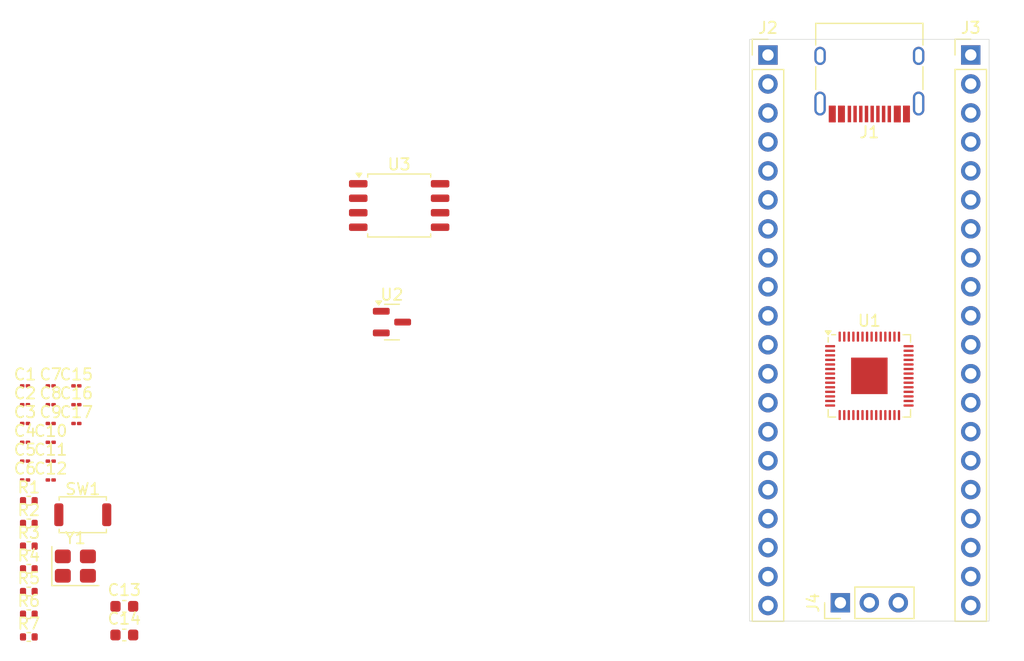
<source format=kicad_pcb>
(kicad_pcb (version 20241229) (generator "pcbnew") (generator_version "9.0")
  (layers (0 "F.Cu" signal) (2 "B.Cu" signal) (13 "F.Paste" user) (15 "B.Paste" user) (5 "F.SilkS" user "F.Silkscreen") (7 "B.SilkS" user "B.Silkscreen") (1 "F.Mask" user) (3 "B.Mask" user) (25 "Edge.Cuts" user))
  (net 0 "")
  (net 1 "+3V3")
  (net 2 "GND")
  (net 3 "+1V1")
  (net 4 "VBUS")
  (net 5 "XIN")
  (net 6 "Net-(C16-Pad2)")
  (net 7 "Net-(J1-CC2)")
  (net 8 "USB_D-")
  (net 9 "Net-(J1-CC1)")
  (net 10 "USB_D+")
  (net 11 "GPIO15")
  (net 12 "GPIO7")
  (net 13 "GPIO12")
  (net 14 "GPIO0")
  (net 15 "GPIO1")
  (net 16 "GPIO10")
  (net 17 "GPIO13")
  (net 18 "GPIO3")
  (net 19 "GPIO11")
  (net 20 "GPIO2")
  (net 21 "GPIO9")
  (net 22 "GPIO4")
  (net 23 "GPIO6")
  (net 24 "GPIO8")
  (net 25 "GPIO5")
  (net 26 "GPIO14")
  (net 27 "GPIO25")
  (net 28 "GPIO17")
  (net 29 "GPIO23")
  (net 30 "GPIO16")
  (net 31 "GPIO18")
  (net 32 "GPIO22")
  (net 33 "GPIO21")
  (net 34 "GPIO19")
  (net 35 "GPIO24")
  (net 36 "GPIO27_ADC1")
  (net 37 "GPIO26_ADC0")
  (net 38 "RUN")
  (net 39 "GPIO28_ADC2")
  (net 40 "GPIO20")
  (net 41 "SWD")
  (net 42 "SWCLK")
  (net 43 "Net-(U1-USB_DP)")
  (net 44 "Net-(U1-USB_DM)")
  (net 45 "XOUT")
  (net 46 "QSPI_SS")
  (net 47 "Net-(R7-Pad1)")
  (net 48 "QSPI_SCLK")
  (net 49 "QSPI_SD0")
  (net 50 "QSPI_SD1")
  (net 51 "QSPI_SD3")
  (net 52 "QSPI_SD2")
  (net 53 "GPIO29_ADC3")
  (footprint "Capacitor_SMD:C_01005_0402Metric" (layer "F.Cu") (at 129.135 89.66)
    (property "Reference" "C1" (at 0 -1 0) (layer "F.SilkS"))
    (property "Value" "1uF")
    (pad "1" smd roundrect (at -0.25 0) (size 0.4 0.3) (layers "F.Cu" "F.Mask") (net 1 "+3V3"))
    (pad "2" smd roundrect (at 0.25 0) (size 0.4 0.3) (layers "F.Cu" "F.Mask") (net 2 "GND"))
  )
  (footprint "Capacitor_SMD:C_0603_1608Metric" (layer "F.Cu") (at 137.835 108.99)
    (property "Reference" "C13" (at 0 -1.43 0) (layer "F.SilkS"))
    (property "Value" "10uF")
    (fp_line (start -0.14058 -0.51) (end 0.14058 -0.51) (stroke (width 0.12)) (layer "F.SilkS"))
    (fp_line (start -0.14058 0.51) (end 0.14058 0.51) (stroke (width 0.12)) (layer "F.SilkS"))
    (pad "1" smd roundrect (at -0.775 0) (size 0.9 0.95) (layers "F.Cu" "F.Mask" "F.Paste") (net 1 "+3V3"))
    (pad "2" smd roundrect (at 0.775 0) (size 0.9 0.95) (layers "F.Cu" "F.Mask" "F.Paste") (net 2 "GND"))
  )
  (footprint "Capacitor_SMD:C_01005_0402Metric" (layer "F.Cu") (at 131.385 97.91)
    (property "Reference" "C12" (at 0 -1 0) (layer "F.SilkS"))
    (property "Value" "C")
    (pad "1" smd roundrect (at -0.25 0) (size 0.4 0.3) (layers "F.Cu" "F.Mask") (net 3 "+1V1"))
    (pad "2" smd roundrect (at 0.25 0) (size 0.4 0.3) (layers "F.Cu" "F.Mask") (net 2 "GND"))
  )
  (footprint "Connector_PinHeader_2.54mm:PinHeader_1x03_P2.54mm_Vertical" (layer "F.Cu") (at 200.605 108.675 90)
    (property "Reference" "J4" (at 0 -2.38 90) (layer "F.SilkS"))
    (property "Value" "Conn_01x03")
    (fp_line (start -1.38 -1.38) (end 0 -1.379999) (stroke (width 0.12)) (layer "F.SilkS"))
    (fp_line (start -1.379999 0) (end -1.38 -1.38) (stroke (width 0.12)) (layer "F.SilkS"))
    (fp_line (start 1.38 1.27) (end 1.38 6.46) (stroke (width 0.12)) (layer "F.SilkS"))
    (fp_line (start -1.38 1.27) (end 1.38 1.27) (stroke (width 0.12)) (layer "F.SilkS"))
    (fp_line (start -1.38 1.27) (end -1.38 6.46) (stroke (width 0.12)) (layer "F.SilkS"))
    (fp_line (start -1.38 6.46) (end 1.38 6.46) (stroke (width 0.12)) (layer "F.SilkS"))
    (pad "1" thru_hole rect (at 0 0 90) (size 1.7 1.7) (drill 1) (layers "*.Cu" "*.Mask") (net 42 "SWCLK"))
    (pad "2" thru_hole circle (at 0 2.54 90) (size 1.7 1.7) (drill 1) (layers "*.Cu" "*.Mask") (net 2 "GND"))
    (pad "3" thru_hole circle (at 0 5.079999 90) (size 1.7 1.7) (drill 1) (layers "*.Cu" "*.Mask") (net 41 "SWD"))
  )
  (footprint "Resistor_SMD:R_0402_1005Metric" (layer "F.Cu") (at 129.465 111.67)
    (property "Reference" "R7" (at 0 -1.17 0) (layer "F.SilkS"))
    (property "Value" "1K")
    (fp_line (start -0.153641 -0.38) (end 0.153641 -0.38) (stroke (width 0.12)) (layer "F.SilkS"))
    (fp_line (start -0.153641 0.38) (end 0.153641 0.38) (stroke (width 0.12)) (layer "F.SilkS"))
    (pad "1" smd roundrect (at -0.51 0) (size 0.54 0.64) (layers "F.Cu" "F.Mask" "F.Paste") (net 47 "Net-(R7-Pad1)"))
    (pad "2" smd roundrect (at 0.51 0) (size 0.54 0.64) (layers "F.Cu" "F.Mask" "F.Paste") (net 46 "QSPI_SS"))
  )
  (footprint "Connector_PinHeader_2.54mm:PinHeader_1x20_P2.54mm_Vertical" (layer "F.Cu") (at 212.035 60.655)
    (property "Reference" "J3" (at 0 -2.38 0) (layer "F.SilkS"))
    (property "Value" "Conn_01x20")
    (fp_line (start -1.38 -1.38) (end 0 -1.38) (stroke (width 0.12)) (layer "F.SilkS"))
    (fp_line (start -1.38 0) (end -1.38 -1.38) (stroke (width 0.12)) (layer "F.SilkS"))
    (fp_line (start -1.38 1.27) (end -1.38 49.64) (stroke (width 0.12)) (layer "F.SilkS"))
    (fp_line (start -1.38 1.27) (end 1.38 1.27) (stroke (width 0.12)) (layer "F.SilkS"))
    (fp_line (start -1.38 49.64) (end 1.38 49.64) (stroke (width 0.12)) (layer "F.SilkS"))
    (fp_line (start 1.38 1.27) (end 1.38 49.64) (stroke (width 0.12)) (layer "F.SilkS"))
    (pad "1" thru_hole rect (at 0 0) (size 1.7 1.7) (drill 1) (layers "*.Cu" "*.Mask") (net 30 "GPIO16"))
    (pad "2" thru_hole circle (at 0 2.54) (size 1.7 1.7) (drill 1) (layers "*.Cu" "*.Mask") (net 28 "GPIO17"))
    (pad "3" thru_hole circle (at 0 5.08) (size 1.7 1.7) (drill 1) (layers "*.Cu" "*.Mask") (net 2 "GND"))
    (pad "4" thru_hole circle (at 0 7.62) (size 1.7 1.7) (drill 1) (layers "*.Cu" "*.Mask") (net 31 "GPIO18"))
    (pad "5" thru_hole circle (at 0 10.16) (size 1.7 1.7) (drill 1) (layers "*.Cu" "*.Mask") (net 34 "GPIO19"))
    (pad "6" thru_hole circle (at 0 12.7) (size 1.7 1.7) (drill 1) (layers "*.Cu" "*.Mask") (net 40 "GPIO20"))
    (pad "7" thru_hole circle (at 0 15.24) (size 1.7 1.7) (drill 1) (layers "*.Cu" "*.Mask") (net 33 "GPIO21"))
    (pad "8" thru_hole circle (at 0 17.78) (size 1.7 1.7) (drill 1) (layers "*.Cu" "*.Mask") (net 2 "GND"))
    (pad "9" thru_hole circle (at 0 20.32) (size 1.7 1.7) (drill 1) (layers "*.Cu" "*.Mask") (net 32 "GPIO22"))
    (pad "10" thru_hole circle (at 0 22.86) (size 1.7 1.7) (drill 1) (layers "*.Cu" "*.Mask") (net 38 "RUN"))
    (pad "11" thru_hole circle (at 0 25.4) (size 1.7 1.7) (drill 1) (layers "*.Cu" "*.Mask") (net 29 "GPIO23"))
    (pad "12" thru_hole circle (at 0 27.94) (size 1.7 1.7) (drill 1) (layers "*.Cu" "*.Mask") (net 35 "GPIO24"))
    (pad "13" thru_hole circle (at 0 30.48) (size 1.7 1.7) (drill 1) (layers "*.Cu" "*.Mask") (net 2 "GND"))
    (pad "14" thru_hole circle (at 0 33.02) (size 1.7 1.7) (drill 1) (layers "*.Cu" "*.Mask") (net 27 "GPIO25"))
    (pad "15" thru_hole circle (at 0 35.56) (size 1.7 1.7) (drill 1) (layers "*.Cu" "*.Mask") (net 37 "GPIO26_ADC0"))
    (pad "16" thru_hole circle (at 0 38.1) (size 1.7 1.7) (drill 1) (layers "*.Cu" "*.Mask") (net 1 "+3V3"))
    (pad "17" thru_hole circle (at 0 40.64) (size 1.7 1.7) (drill 1) (layers "*.Cu" "*.Mask") (net 36 "GPIO27_ADC1"))
    (pad "18" thru_hole circle (at 0 43.18) (size 1.7 1.7) (drill 1) (layers "*.Cu" "*.Mask") (net 2 "GND"))
    (pad "19" thru_hole circle (at 0 45.72) (size 1.7 1.7) (drill 1) (layers "*.Cu" "*.Mask") (net 39 "GPIO28_ADC2"))
    (pad "20" thru_hole circle (at 0 48.26) (size 1.7 1.7) (drill 1) (layers "*.Cu" "*.Mask") (net 4 "VBUS"))
  )
  (footprint "Capacitor_SMD:C_0603_1608Metric" (layer "F.Cu") (at 137.835 111.5)
    (property "Reference" "C14" (at 0 -1.43 0) (layer "F.SilkS"))
    (property "Value" "10uF")
    (fp_line (start -0.14058 -0.51) (end 0.14058 -0.51) (stroke (width 0.12)) (layer "F.SilkS"))
    (fp_line (start -0.14058 0.51) (end 0.14058 0.51) (stroke (width 0.12)) (layer "F.SilkS"))
    (pad "1" smd roundrect (at -0.775 0) (size 0.9 0.95) (layers "F.Cu" "F.Mask" "F.Paste") (net 4 "VBUS"))
    (pad "2" smd roundrect (at 0.775 0) (size 0.9 0.95) (layers "F.Cu" "F.Mask" "F.Paste") (net 2 "GND"))
  )
  (footprint "Resistor_SMD:R_0402_1005Metric" (layer "F.Cu") (at 129.465 103.71)
    (property "Reference" "R3" (at 0 -1.17 0) (layer "F.SilkS"))
    (property "Value" "27")
    (fp_line (start -0.153641 -0.38) (end 0.153641 -0.38) (stroke (width 0.12)) (layer "F.SilkS"))
    (fp_line (start -0.153641 0.38) (end 0.153641 0.38) (stroke (width 0.12)) (layer "F.SilkS"))
    (pad "1" smd roundrect (at -0.51 0) (size 0.54 0.64) (layers "F.Cu" "F.Mask" "F.Paste") (net 10 "USB_D+"))
    (pad "2" smd roundrect (at 0.51 0) (size 0.54 0.64) (layers "F.Cu" "F.Mask" "F.Paste") (net 43 "Net-(U1-USB_DP)"))
  )
  (footprint "Capacitor_SMD:C_01005_0402Metric" (layer "F.Cu") (at 129.135 97.91)
    (property "Reference" "C6" (at 0 -1 0) (layer "F.SilkS"))
    (property "Value" "0.1uF")
    (pad "1" smd roundrect (at -0.25 0) (size 0.4 0.3) (layers "F.Cu" "F.Mask") (net 1 "+3V3"))
    (pad "2" smd roundrect (at 0.25 0) (size 0.4 0.3) (layers "F.Cu" "F.Mask") (net 2 "GND"))
  )
  (footprint "Capacitor_SMD:C_01005_0402Metric" (layer "F.Cu") (at 129.135 92.96)
    (property "Reference" "C3" (at 0 -1 0) (layer "F.SilkS"))
    (property "Value" "0.1uF")
    (pad "1" smd roundrect (at -0.25 0) (size 0.4 0.3) (layers "F.Cu" "F.Mask") (net 1 "+3V3"))
    (pad "2" smd roundrect (at 0.25 0) (size 0.4 0.3) (layers "F.Cu" "F.Mask") (net 2 "GND"))
  )
  (footprint "Resistor_SMD:R_0402_1005Metric" (layer "F.Cu") (at 129.465 107.69)
    (property "Reference" "R5" (at 0 -1.17 0) (layer "F.SilkS"))
    (property "Value" "1K")
    (fp_line (start -0.153641 -0.38) (end 0.153641 -0.38) (stroke (width 0.12)) (layer "F.SilkS"))
    (fp_line (start -0.153641 0.38) (end 0.153641 0.38) (stroke (width 0.12)) (layer "F.SilkS"))
    (pad "1" smd roundrect (at -0.51 0) (size 0.54 0.64) (layers "F.Cu" "F.Mask" "F.Paste") (net 6 "Net-(C16-Pad2)"))
    (pad "2" smd roundrect (at 0.51 0) (size 0.54 0.64) (layers "F.Cu" "F.Mask" "F.Paste") (net 45 "XOUT"))
  )
  (footprint "Capacitor_SMD:C_01005_0402Metric" (layer "F.Cu") (at 131.385 94.61)
    (property "Reference" "C10" (at 0 -1 0) (layer "F.SilkS"))
    (property "Value" "C")
    (pad "1" smd roundrect (at -0.25 0) (size 0.4 0.3) (layers "F.Cu" "F.Mask") (net 3 "+1V1"))
    (pad "2" smd roundrect (at 0.25 0) (size 0.4 0.3) (layers "F.Cu" "F.Mask") (net 2 "GND"))
  )
  (footprint "Capacitor_SMD:C_01005_0402Metric" (layer "F.Cu") (at 129.135 91.31)
    (property "Reference" "C2" (at 0 -1 0) (layer "F.SilkS"))
    (property "Value" "0.1uF")
    (pad "1" smd roundrect (at -0.25 0) (size 0.4 0.3) (layers "F.Cu" "F.Mask") (net 1 "+3V3"))
    (pad "2" smd roundrect (at 0.25 0) (size 0.4 0.3) (layers "F.Cu" "F.Mask") (net 2 "GND"))
  )
  (footprint "Resistor_SMD:R_0402_1005Metric" (layer "F.Cu") (at 129.465 101.72)
    (property "Reference" "R2" (at 0 -1.17 0) (layer "F.SilkS"))
    (property "Value" "5.1K")
    (fp_line (start -0.153641 -0.38) (end 0.153641 -0.38) (stroke (width 0.12)) (layer "F.SilkS"))
    (fp_line (start -0.153641 0.38) (end 0.153641 0.38) (stroke (width 0.12)) (layer "F.SilkS"))
    (pad "1" smd roundrect (at -0.51 0) (size 0.54 0.64) (layers "F.Cu" "F.Mask" "F.Paste") (net 7 "Net-(J1-CC2)"))
    (pad "2" smd roundrect (at 0.51 0) (size 0.54 0.64) (layers "F.Cu" "F.Mask" "F.Paste") (net 2 "GND"))
  )
  (footprint "Capacitor_SMD:C_01005_0402Metric" (layer "F.Cu") (at 133.635 91.31)
    (property "Reference" "C16" (at 0 -1 0) (layer "F.SilkS"))
    (property "Value" "15pF")
    (pad "1" smd roundrect (at -0.25 0) (size 0.4 0.3) (layers "F.Cu" "F.Mask") (net 2 "GND"))
    (pad "2" smd roundrect (at 0.25 0) (size 0.4 0.3) (layers "F.Cu" "F.Mask") (net 6 "Net-(C16-Pad2)"))
  )
  (footprint "Connector_PinHeader_2.54mm:PinHeader_1x20_P2.54mm_Vertical" (layer "F.Cu") (at 194.26 60.66)
    (property "Reference" "J2" (at 0 -2.38 0) (layer "F.SilkS"))
    (property "Value" "Conn_01x20")
    (fp_line (start -1.38 -1.38) (end 0 -1.38) (stroke (width 0.12)) (layer "F.SilkS"))
    (fp_line (start -1.38 0) (end -1.38 -1.38) (stroke (width 0.12)) (layer "F.SilkS"))
    (fp_line (start -1.38 1.27) (end -1.38 49.64) (stroke (width 0.12)) (layer "F.SilkS"))
    (fp_line (start -1.38 1.27) (end 1.38 1.27) (stroke (width 0.12)) (layer "F.SilkS"))
    (fp_line (start -1.38 49.64) (end 1.38 49.64) (stroke (width 0.12)) (layer "F.SilkS"))
    (fp_line (start 1.38 1.27) (end 1.38 49.64) (stroke (width 0.12)) (layer "F.SilkS"))
    (pad "1" thru_hole rect (at 0 0) (size 1.7 1.7) (drill 1) (layers "*.Cu" "*.Mask") (net 14 "GPIO0"))
    (pad "2" thru_hole circle (at 0 2.54) (size 1.7 1.7) (drill 1) (layers "*.Cu" "*.Mask") (net 15 "GPIO1"))
    (pad "3" thru_hole circle (at 0 5.08) (size 1.7 1.7) (drill 1) (layers "*.Cu" "*.Mask") (net 2 "GND"))
    (pad "4" thru_hole circle (at 0 7.62) (size 1.7 1.7) (drill 1) (layers "*.Cu" "*.Mask") (net 20 "GPIO2"))
    (pad "5" thru_hole circle (at 0 10.16) (size 1.7 1.7) (drill 1) (layers "*.Cu" "*.Mask") (net 18 "GPIO3"))
    (pad "6" thru_hole circle (at 0 12.7) (size 1.7 1.7) (drill 1) (layers "*.Cu" "*.Mask") (net 22 "GPIO4"))
    (pad "7" thru_hole circle (at 0 15.24) (size 1.7 1.7) (drill 1) (layers "*.Cu" "*.Mask") (net 25 "GPIO5"))
    (pad "8" thru_hole circle (at 0 17.78) (size 1.7 1.7) (drill 1) (layers "*.Cu" "*.Mask") (net 2 "GND"))
    (pad "9" thru_hole circle (at 0 20.32) (size 1.7 1.7) (drill 1) (layers "*.Cu" "*.Mask") (net 23 "GPIO6"))
    (pad "10" thru_hole circle (at 0 22.86) (size 1.7 1.7) (drill 1) (layers "*.Cu" "*.Mask") (net 12 "GPIO7"))
    (pad "11" thru_hole circle (at 0 25.4) (size 1.7 1.7) (drill 1) (layers "*.Cu" "*.Mask") (net 24 "GPIO8"))
    (pad "12" thru_hole circle (at 0 27.94) (size 1.7 1.7) (drill 1) (layers "*.Cu" "*.Mask") (net 21 "GPIO9"))
    (pad "13" thru_hole circle (at 0 30.48) (size 1.7 1.7) (drill 1) (layers "*.Cu" "*.Mask") (net 2 "GND"))
    (pad "14" thru_hole circle (at 0 33.02) (size 1.7 1.7) (drill 1) (layers "*.Cu" "*.Mask") (net 16 "GPIO10"))
    (pad "15" thru_hole circle (at 0 35.56) (size 1.7 1.7) (drill 1) (layers "*.Cu" "*.Mask") (net 19 "GPIO11"))
    (pad "16" thru_hole circle (at 0 38.1) (size 1.7 1.7) (drill 1) (layers "*.Cu" "*.Mask") (net 13 "GPIO12"))
    (pad "17" thru_hole circle (at 0 40.64) (size 1.7 1.7) (drill 1) (layers "*.Cu" "*.Mask") (net 17 "GPIO13"))
    (pad "18" thru_hole circle (at 0 43.18) (size 1.7 1.7) (drill 1) (layers "*.Cu" "*.Mask") (net 2 "GND"))
    (pad "19" thru_hole circle (at 0 45.72) (size 1.7 1.7) (drill 1) (layers "*.Cu" "*.Mask") (net 26 "GPIO14"))
    (pad "20" thru_hole circle (at 0 48.26) (size 1.7 1.7) (drill 1) (layers "*.Cu" "*.Mask") (net 11 "GPIO15"))
  )
  (footprint "Connector_USB:USB_C_Receptacle_HRO_TYPE-C-31-M-12" (layer "F.Cu") (at 203.145 61.785 180)
    (property "Reference" "J1" (at 0 -5.645 0) (layer "F.SilkS"))
    (property "Value" "USB_C_Receptacle_USB2.0_14P")
    (fp_line (start 4.7 -1.9) (end 4.7 0.1) (stroke (width 0.12)) (layer "F.SilkS"))
    (fp_line (start 4.699999 2) (end 4.699999 3.9) (stroke (width 0.12)) (layer "F.SilkS"))
    (fp_line (start -4.699999 3.9) (end 4.699999 3.9) (stroke (width 0.12)) (layer "F.SilkS"))
    (fp_line (start -4.699999 2) (end -4.699999 3.9) (stroke (width 0.12)) (layer "F.SilkS"))
    (fp_line (start -4.7 -1.9) (end -4.7 0.1) (stroke (width 0.12)) (layer "F.SilkS"))
    (pad "" np_thru_hole circle (at -2.89 -2.6 180) (size 0.65 0.65) (drill 0.65) (layers "*.Cu" "*.Mask"))
    (pad "" np_thru_hole circle (at 2.89 -2.6 180) (size 0.65 0.65) (drill 0.65) (layers "*.Cu" "*.Mask"))
    (pad "A1" smd rect (at -3.25 -4.045 180) (size 0.6 1.45) (layers "F.Cu" "F.Mask" "F.Paste") (net 2 "GND"))
    (pad "A4" smd rect (at -2.450001 -4.045 180) (size 0.6 1.45) (layers "F.Cu" "F.Mask" "F.Paste") (net 4 "VBUS"))
    (pad "A5" smd rect (at -1.25 -4.044999 180) (size 0.3 1.45) (layers "F.Cu" "F.Mask" "F.Paste") (net 9 "Net-(J1-CC1)"))
    (pad "A6" smd rect (at -0.25 -4.045 180) (size 0.3 1.45) (layers "F.Cu" "F.Mask" "F.Paste") (net 10 "USB_D+"))
    (pad "A7" smd rect (at 0.25 -4.045 180) (size 0.3 1.45) (layers "F.Cu" "F.Mask" "F.Paste") (net 8 "USB_D-"))
    (pad "A8" smd rect (at 1.25 -4.044999 180) (size 0.3 1.45) (layers "F.Cu" "F.Mask" "F.Paste"))
    (pad "A9" smd rect (at 2.450001 -4.045 180) (size 0.6 1.45) (layers "F.Cu" "F.Mask" "F.Paste") (net 4 "VBUS"))
    (pad "A12" smd rect (at 3.25 -4.045 180) (size 0.6 1.45) (layers "F.Cu" "F.Mask" "F.Paste") (net 2 "GND"))
    (pad "B1" smd rect (at 3.25 -4.045 180) (size 0.6 1.45) (layers "F.Cu" "F.Mask" "F.Paste") (net 2 "GND"))
    (pad "B4" smd rect (at 2.450001 -4.045 180) (size 0.6 1.45) (layers "F.Cu" "F.Mask" "F.Paste") (net 4 "VBUS"))
    (pad "B5" smd rect (at 1.75 -4.045 180) (size 0.3 1.45) (layers "F.Cu" "F.Mask" "F.Paste") (net 7 "Net-(J1-CC2)"))
    (pad "B6" smd rect (at 0.75 -4.045 180) (size 0.3 1.45) (layers "F.Cu" "F.Mask" "F.Paste") (net 10 "USB_D+"))
    (pad "B7" smd rect (at -0.75 -4.045 180) (size 0.3 1.45) (layers "F.Cu" "F.Mask" "F.Paste") (net 8 "USB_D-"))
    (pad "B8" smd rect (at -1.75 -4.045 180) (size 0.3 1.45) (layers "F.Cu" "F.Mask" "F.Paste"))
    (pad "B9" smd rect (at -2.450001 -4.045 180) (size 0.6 1.45) (layers "F.Cu" "F.Mask" "F.Paste") (net 4 "VBUS"))
    (pad "B12" smd rect (at -3.25 -4.045 180) (size 0.6 1.45) (layers "F.Cu" "F.Mask" "F.Paste") (net 2 "GND"))
    (pad "S1" thru_hole oval (at -4.32 -3.13 180) (size 1 2.1) (drill oval 0.6 1.7) (property pad_prop_heatsink) (layers "*.Cu" "*.Mask") (net 2 "GND"))
    (pad "S1" thru_hole oval (at -4.32 1.05 180) (size 1 1.6) (drill oval 0.6 1.2) (property pad_prop_heatsink) (layers "*.Cu" "*.Mask") (net 2 "GND"))
    (pad "S1" thru_hole oval (at 4.32 -3.13 180) (size 1 2.1) (drill oval 0.6 1.7) (property pad_prop_heatsink) (layers "*.Cu" "*.Mask") (net 2 "GND"))
    (pad "S1" thru_hole oval (at 4.32 1.05 180) (size 1 1.6) (drill oval 0.6 1.2) (property pad_prop_heatsink) (layers "*.Cu" "*.Mask") (net 2 "GND"))
  )
  (footprint "Capacitor_SMD:C_01005_0402Metric" (layer "F.Cu") (at 133.635 92.96)
    (property "Reference" "C17" (at 0 -1 0) (layer "F.SilkS"))
    (property "Value" "0.1uF")
    (pad "1" smd roundrect (at -0.25 0) (size 0.4 0.3) (layers "F.Cu" "F.Mask") (net 1 "+3V3"))
    (pad "2" smd roundrect (at 0.25 0) (size 0.4 0.3) (layers "F.Cu" "F.Mask") (net 2 "GND"))
  )
  (footprint "Capacitor_SMD:C_01005_0402Metric" (layer "F.Cu") (at 131.385 91.31)
    (property "Reference" "C8" (at 0 -1 0) (layer "F.SilkS"))
    (property "Value" "0.1uF")
    (pad "1" smd roundrect (at -0.25 0) (size 0.4 0.3) (layers "F.Cu" "F.Mask") (net 1 "+3V3"))
    (pad "2" smd roundrect (at 0.25 0) (size 0.4 0.3) (layers "F.Cu" "F.Mask") (net 2 "GND"))
  )
  (footprint "Resistor_SMD:R_0402_1005Metric" (layer "F.Cu") (at 129.465 99.73)
    (property "Reference" "R1" (at 0 -1.17 0) (layer "F.SilkS"))
    (property "Value" "5.1K")
    (fp_line (start -0.153641 -0.38) (end 0.153641 -0.38) (stroke (width 0.12)) (layer "F.SilkS"))
    (fp_line (start -0.153641 0.38) (end 0.153641 0.38) (stroke (width 0.12)) (layer "F.SilkS"))
    (pad "1" smd roundrect (at -0.51 0) (size 0.54 0.64) (layers "F.Cu" "F.Mask" "F.Paste") (net 9 "Net-(J1-CC1)"))
    (pad "2" smd roundrect (at 0.51 0) (size 0.54 0.64) (layers "F.Cu" "F.Mask" "F.Paste") (net 2 "GND"))
  )
  (footprint "Resistor_SMD:R_0402_1005Metric" (layer "F.Cu") (at 129.465 109.68)
    (property "Reference" "R6" (at 0 -1.17 0) (layer "F.SilkS"))
    (property "Value" "10K")
    (fp_line (start -0.153641 -0.38) (end 0.153641 -0.38) (stroke (width 0.12)) (layer "F.SilkS"))
    (fp_line (start -0.153641 0.38) (end 0.153641 0.38) (stroke (width 0.12)) (layer "F.SilkS"))
    (pad "1" smd roundrect (at -0.51 0) (size 0.54 0.64) (layers "F.Cu" "F.Mask" "F.Paste") (net 1 "+3V3"))
    (pad "2" smd roundrect (at 0.51 0) (size 0.54 0.64) (layers "F.Cu" "F.Mask" "F.Paste") (net 46 "QSPI_SS"))
  )
  (footprint "Capacitor_SMD:C_01005_0402Metric" (layer "F.Cu") (at 133.635 89.66)
    (property "Reference" "C15" (at 0 -1 0) (layer "F.SilkS"))
    (property "Value" "15pF")
    (pad "1" smd roundrect (at -0.25 0) (size 0.4 0.3) (layers "F.Cu" "F.Mask") (net 2 "GND"))
    (pad "2" smd roundrect (at 0.25 0) (size 0.4 0.3) (layers "F.Cu" "F.Mask") (net 5 "XIN"))
  )
  (footprint "Capacitor_SMD:C_01005_0402Metric" (layer "F.Cu") (at 129.135 96.26)
    (property "Reference" "C5" (at 0 -1 0) (layer "F.SilkS"))
    (property "Value" "0.1uF")
    (pad "1" smd roundrect (at -0.25 0) (size 0.4 0.3) (layers "F.Cu" "F.Mask") (net 1 "+3V3"))
    (pad "2" smd roundrect (at 0.25 0) (size 0.4 0.3) (layers "F.Cu" "F.Mask") (net 2 "GND"))
  )
  (footprint "Button_Switch_SMD:SW_Push_SPST_NO_Alps_SKRK" (layer "F.Cu") (at 134.195 100.96)
    (property "Reference" "SW1" (at 0 -2.25 0) (layer "F.SilkS"))
    (property "Value" "SW_Push")
    (fp_line (start -2.07 -1.57) (end 2.07 -1.57) (stroke (width 0.12)) (layer "F.SilkS"))
    (fp_line (start -2.07 -1.27) (end -2.07 -1.57) (stroke (width 0.12)) (layer "F.SilkS"))
    (fp_line (start -2.07 1.57) (end -2.07 1.27) (stroke (width 0.12)) (layer "F.SilkS"))
    (fp_line (start 2.07 -1.57) (end 2.07 -1.27) (stroke (width 0.12)) (layer "F.SilkS"))
    (fp_line (start 2.07 1.27) (end 2.07 1.57) (stroke (width 0.12)) (layer "F.SilkS"))
    (fp_line (start 2.07 1.57) (end -2.07 1.57) (stroke (width 0.12)) (layer "F.SilkS"))
    (pad "1" smd roundrect (at -2.1 0) (size 0.8 2) (layers "F.Cu" "F.Mask" "F.Paste") (net 2 "GND"))
    (pad "2" smd roundrect (at 2.1 0) (size 0.8 2) (layers "F.Cu" "F.Mask" "F.Paste") (net 47 "Net-(R7-Pad1)"))
  )
  (footprint "Package_TO_SOT_SMD:SOT-23" (layer "F.Cu") (at 161.2975 84.07)
    (property "Reference" "U2" (at 0 -2.4 0) (layer "F.SilkS"))
    (property "Value" "MCP1700x-330xxTT")
    (fp_line (start 0 -1.56) (end -0.65 -1.56) (stroke (width 0.12)) (layer "F.SilkS"))
    (fp_line (start 0 -1.56) (end 0.65 -1.56) (stroke (width 0.12)) (layer "F.SilkS"))
    (fp_line (start 0 1.56) (end -0.65 1.56) (stroke (width 0.12)) (layer "F.SilkS"))
    (fp_line (start 0 1.56) (end 0.65 1.56) (stroke (width 0.12)) (layer "F.SilkS"))
    (fp_poly (pts (xy -1.1625 -1.51) (xy -1.4025 -1.84) (xy -0.9225 -1.84)) (stroke (width 0.12)) (fill yes) (layer "F.SilkS"))
    (pad "1" smd roundrect (at -0.9375 -0.95) (size 1.475 0.6) (layers "F.Cu" "F.Mask" "F.Paste") (net 2 "GND"))
    (pad "2" smd roundrect (at -0.9375 0.95) (size 1.475 0.6) (layers "F.Cu" "F.Mask" "F.Paste") (net 1 "+3V3"))
    (pad "3" smd roundrect (at 0.9375 0) (size 1.475 0.6) (layers "F.Cu" "F.Mask" "F.Paste") (net 4 "VBUS"))
  )
  (footprint "Capacitor_SMD:C_01005_0402Metric" (layer "F.Cu") (at 129.135 94.61)
    (property "Reference" "C4" (at 0 -1 0) (layer "F.SilkS"))
    (property "Value" "0.1uF")
    (pad "1" smd roundrect (at -0.25 0) (size 0.4 0.3) (layers "F.Cu" "F.Mask") (net 1 "+3V3"))
    (pad "2" smd roundrect (at 0.25 0) (size 0.4 0.3) (layers "F.Cu" "F.Mask") (net 2 "GND"))
  )
  (footprint "Resistor_SMD:R_0402_1005Metric" (layer "F.Cu") (at 129.465 105.7)
    (property "Reference" "R4" (at 0 -1.17 0) (layer "F.SilkS"))
    (property "Value" "27")
    (fp_line (start -0.153641 -0.38) (end 0.153641 -0.38) (stroke (width 0.12)) (layer "F.SilkS"))
    (fp_line (start -0.153641 0.38) (end 0.153641 0.38) (stroke (width 0.12)) (layer "F.SilkS"))
    (pad "1" smd roundrect (at -0.51 0) (size 0.54 0.64) (layers "F.Cu" "F.Mask" "F.Paste") (net 8 "USB_D-"))
    (pad "2" smd roundrect (at 0.51 0) (size 0.54 0.64) (layers "F.Cu" "F.Mask" "F.Paste") (net 44 "Net-(U1-USB_DM)"))
  )
  (footprint "Crystal:Crystal_SMD_3225-4Pin_3.2x2.5mm" (layer "F.Cu") (at 133.545 105.46)
    (property "Reference" "Y1" (at 0 -2.45 0) (layer "F.SilkS"))
    (property "Value" "Crystal_GND24")
    (fp_line (start -2.06 -1.71) (end -2.06 1.71) (stroke (width 0.12)) (layer "F.SilkS"))
    (fp_line (start -2.06 1.71) (end 2.06 1.71) (stroke (width 0.12)) (layer "F.SilkS"))
    (pad "1" smd roundrect (at -1.1 0.85) (size 1.4 1.2) (layers "F.Cu" "F.Mask" "F.Paste") (roundrect_rratio 0.208333) (net 6 "Net-(C16-Pad2)"))
    (pad "2" smd roundrect (at 1.1 0.85) (size 1.4 1.2) (layers "F.Cu" "F.Mask" "F.Paste") (roundrect_rratio 0.208333) (net 2 "GND"))
    (pad "3" smd roundrect (at 1.1 -0.85) (size 1.4 1.2) (layers "F.Cu" "F.Mask" "F.Paste") (roundrect_rratio 0.208333) (net 5 "XIN"))
    (pad "4" smd roundrect (at -1.1 -0.85) (size 1.4 1.2) (layers "F.Cu" "F.Mask" "F.Paste") (roundrect_rratio 0.208333) (net 2 "GND"))
  )
  (footprint "Package_DFN_QFN:QFN-56-1EP_7x7mm_P0.4mm_EP3.2x3.2mm" (layer "F.Cu") (at 203.145 88.785)
    (property "Reference" "U1" (at 0 -4.83 0) (layer "F.SilkS"))
    (property "Value" "RP2040")
    (fp_line (start -3.61 -2.96) (end -3.61 -3.37) (stroke (width 0.12)) (layer "F.SilkS"))
    (fp_line (start -3.61 3.61) (end -3.61 2.96) (stroke (width 0.12)) (layer "F.SilkS"))
    (fp_line (start -2.96 -3.61) (end -3.31 -3.61) (stroke (width 0.12)) (layer "F.SilkS"))
    (fp_line (start -2.96 3.61) (end -3.61 3.61) (stroke (width 0.12)) (layer "F.SilkS"))
    (fp_line (start 2.96 -3.61) (end 3.61 -3.61) (stroke (width 0.12)) (layer "F.SilkS"))
    (fp_line (start 2.96 3.61) (end 3.61 3.61) (stroke (width 0.12)) (layer "F.SilkS"))
    (fp_line (start 3.61 -3.61) (end 3.61 -2.96) (stroke (width 0.12)) (layer "F.SilkS"))
    (fp_line (start 3.61 3.61) (end 3.61 2.96) (stroke (width 0.12)) (layer "F.SilkS"))
    (fp_poly (pts (xy -3.61 -3.61) (xy -3.85 -3.94) (xy -3.37 -3.94)) (stroke (width 0.12)) (fill yes) (layer "F.SilkS"))
    (pad "1" smd roundrect (at -3.4375 -2.6) (size 0.875 0.2) (layers "F.Cu" "F.Mask" "F.Paste") (net 1 "+3V3"))
    (pad "2" smd roundrect (at -3.4375 -2.2) (size 0.875 0.2) (layers "F.Cu" "F.Mask" "F.Paste") (net 14 "GPIO0"))
    (pad "3" smd roundrect (at -3.4375 -1.8) (size 0.875 0.2) (layers "F.Cu" "F.Mask" "F.Paste") (net 15 "GPIO1"))
    (pad "4" smd roundrect (at -3.4375 -1.4) (size 0.875 0.2) (layers "F.Cu" "F.Mask" "F.Paste") (net 20 "GPIO2"))
    (pad "5" smd roundrect (at -3.4375 -1) (size 0.875 0.2) (layers "F.Cu" "F.Mask" "F.Paste") (net 18 "GPIO3"))
    (pad "6" smd roundrect (at -3.4375 -0.6) (size 0.875 0.2) (layers "F.Cu" "F.Mask" "F.Paste") (net 22 "GPIO4"))
    (pad "7" smd roundrect (at -3.4375 -0.2) (size 0.875 0.2) (layers "F.Cu" "F.Mask" "F.Paste") (net 25 "GPIO5"))
    (pad "8" smd roundrect (at -3.4375 0.2) (size 0.875 0.2) (layers "F.Cu" "F.Mask" "F.Paste") (net 23 "GPIO6"))
    (pad "9" smd roundrect (at -3.4375 0.6) (size 0.875 0.2) (layers "F.Cu" "F.Mask" "F.Paste") (net 12 "GPIO7"))
    (pad "10" smd roundrect (at -3.4375 1) (size 0.875 0.2) (layers "F.Cu" "F.Mask" "F.Paste") (net 1 "+3V3"))
    (pad "11" smd roundrect (at -3.4375 1.4) (size 0.875 0.2) (layers "F.Cu" "F.Mask" "F.Paste") (net 24 "GPIO8"))
    (pad "12" smd roundrect (at -3.4375 1.8) (size 0.875 0.2) (layers "F.Cu" "F.Mask" "F.Paste") (net 21 "GPIO9"))
    (pad "13" smd roundrect (at -3.4375 2.2) (size 0.875 0.2) (layers "F.Cu" "F.Mask" "F.Paste") (net 16 "GPIO10"))
    (pad "14" smd roundrect (at -3.4375 2.6) (size 0.875 0.2) (layers "F.Cu" "F.Mask" "F.Paste") (net 19 "GPIO11"))
    (pad "15" smd roundrect (at -2.6 3.4375) (size 0.2 0.875) (layers "F.Cu" "F.Mask" "F.Paste") (net 13 "GPIO12"))
    (pad "16" smd roundrect (at -2.2 3.4375) (size 0.2 0.875) (layers "F.Cu" "F.Mask" "F.Paste") (net 17 "GPIO13"))
    (pad "17" smd roundrect (at -1.8 3.4375) (size 0.2 0.875) (layers "F.Cu" "F.Mask" "F.Paste") (net 26 "GPIO14"))
    (pad "18" smd roundrect (at -1.4 3.4375) (size 0.2 0.875) (layers "F.Cu" "F.Mask" "F.Paste") (net 11 "GPIO15"))
    (pad "19" smd roundrect (at -1 3.4375) (size 0.2 0.875) (layers "F.Cu" "F.Mask" "F.Paste") (net 2 "GND"))
    (pad "20" smd roundrect (at -0.6 3.4375) (size 0.2 0.875) (layers "F.Cu" "F.Mask" "F.Paste") (net 5 "XIN"))
    (pad "21" smd roundrect (at -0.2 3.4375) (size 0.2 0.875) (layers "F.Cu" "F.Mask" "F.Paste") (net 45 "XOUT"))
    (pad "22" smd roundrect (at 0.2 3.4375) (size 0.2 0.875) (layers "F.Cu" "F.Mask" "F.Paste") (net 1 "+3V3"))
    (pad "23" smd roundrect (at 0.6 3.4375) (size 0.2 0.875) (layers "F.Cu" "F.Mask" "F.Paste") (net 3 "+1V1"))
    (pad "24" smd roundrect (at 1 3.4375) (size 0.2 0.875) (layers "F.Cu" "F.Mask" "F.Paste") (net 42 "SWCLK"))
    (pad "25" smd roundrect (at 1.4 3.4375) (size 0.2 0.875) (layers "F.Cu" "F.Mask" "F.Paste") (net 41 "SWD"))
    (pad "26" smd roundrect (at 1.8 3.4375) (size 0.2 0.875) (layers "F.Cu" "F.Mask" "F.Paste") (net 38 "RUN"))
    (pad "27" smd roundrect (at 2.2 3.4375) (size 0.2 0.875) (layers "F.Cu" "F.Mask" "F.Paste") (net 30 "GPIO16"))
    (pad "28" smd roundrect (at 2.6 3.4375) (size 0.2 0.875) (layers "F.Cu" "F.Mask" "F.Paste") (net 28 "GPIO17"))
    (pad "29" smd roundrect (at 3.4375 2.6) (size 0.875 0.2) (layers "F.Cu" "F.Mask" "F.Paste") (net 31 "GPIO18"))
    (pad "30" smd roundrect (at 3.4375 2.2) (size 0.875 0.2) (layers "F.Cu" "F.Mask" "F.Paste") (net 34 "GPIO19"))
    (pad "31" smd roundrect (at 3.4375 1.8) (size 0.875 0.2) (layers "F.Cu" "F.Mask" "F.Paste") (net 40 "GPIO20"))
    (pad "32" smd roundrect (at 3.4375 1.4) (size 0.875 0.2) (layers "F.Cu" "F.Mask" "F.Paste") (net 33 "GPIO21"))
    (pad "33" smd roundrect (at 3.4375 1) (size 0.875 0.2) (layers "F.Cu" "F.Mask" "F.Paste") (net 1 "+3V3"))
    (pad "34" smd roundrect (at 3.4375 0.6) (size 0.875 0.2) (layers "F.Cu" "F.Mask" "F.Paste") (net 32 "GPIO22"))
    (pad "35" smd roundrect (at 3.4375 0.2) (size 0.875 0.2) (layers "F.Cu" "F.Mask" "F.Paste") (net 29 "GPIO23"))
    (pad "36" smd roundrect (at 3.4375 -0.2) (size 0.875 0.2) (layers "F.Cu" "F.Mask" "F.Paste") (net 35 "GPIO24"))
    (pad "37" smd roundrect (at 3.4375 -0.6) (size 0.875 0.2) (layers "F.Cu" "F.Mask" "F.Paste") (net 27 "GPIO25"))
    (pad "38" smd roundrect (at 3.4375 -1) (size 0.875 0.2) (layers "F.Cu" "F.Mask" "F.Paste") (net 37 "GPIO26_ADC0"))
    (pad "39" smd roundrect (at 3.4375 -1.4) (size 0.875 0.2) (layers "F.Cu" "F.Mask" "F.Paste") (net 36 "GPIO27_ADC1"))
    (pad "40" smd roundrect (at 3.4375 -1.8) (size 0.875 0.2) (layers "F.Cu" "F.Mask" "F.Paste") (net 39 "GPIO28_ADC2"))
    (pad "41" smd roundrect (at 3.4375 -2.2) (size 0.875 0.2) (layers "F.Cu" "F.Mask" "F.Paste") (net 53 "GPIO29_ADC3"))
    (pad "42" smd roundrect (at 3.4375 -2.6) (size 0.875 0.2) (layers "F.Cu" "F.Mask" "F.Paste") (net 1 "+3V3"))
    (pad "43" smd roundrect (at 2.6 -3.4375) (size 0.2 0.875) (layers "F.Cu" "F.Mask" "F.Paste") (net 1 "+3V3"))
    (pad "44" smd roundrect (at 2.2 -3.4375) (size 0.2 0.875) (layers "F.Cu" "F.Mask" "F.Paste") (net 1 "+3V3"))
    (pad "45" smd roundrect (at 1.8 -3.4375) (size 0.2 0.875) (layers "F.Cu" "F.Mask" "F.Paste") (net 3 "+1V1"))
    (pad "46" smd roundrect (at 1.4 -3.4375) (size 0.2 0.875) (layers "F.Cu" "F.Mask" "F.Paste") (net 44 "Net-(U1-USB_DM)"))
    (pad "47" smd roundrect (at 1 -3.4375) (size 0.2 0.875) (layers "F.Cu" "F.Mask" "F.Paste") (net 43 "Net-(U1-USB_DP)"))
    (pad "48" smd roundrect (at 0.6 -3.4375) (size 0.2 0.875) (layers "F.Cu" "F.Mask" "F.Paste") (net 1 "+3V3"))
    (pad "49" smd roundrect (at 0.2 -3.4375) (size 0.2 0.875) (layers "F.Cu" "F.Mask" "F.Paste") (net 1 "+3V3"))
    (pad "50" smd roundrect (at -0.2 -3.4375) (size 0.2 0.875) (layers "F.Cu" "F.Mask" "F.Paste") (net 3 "+1V1"))
    (pad "51" smd roundrect (at -0.6 -3.4375) (size 0.2 0.875) (layers "F.Cu" "F.Mask" "F.Paste") (net 51 "QSPI_SD3"))
    (pad "52" smd roundrect (at -1 -3.4375) (size 0.2 0.875) (layers "F.Cu" "F.Mask" "F.Paste") (net 48 "QSPI_SCLK"))
    (pad "53" smd roundrect (at -1.4 -3.4375) (size 0.2 0.875) (layers "F.Cu" "F.Mask" "F.Paste") (net 49 "QSPI_SD0"))
    (pad "54" smd roundrect (at -1.8 -3.4375) (size 0.2 0.875) (layers "F.Cu" "F.Mask" "F.Paste") (net 52 "QSPI_SD2"))
    (pad "55" smd roundrect (at -2.2 -3.4375) (size 0.2 0.875) (layers "F.Cu" "F.Mask" "F.Paste") (net 50 "QSPI_SD1"))
    (pad "56" smd roundrect (at -2.6 -3.4375) (size 0.2 0.875) (layers "F.Cu" "F.Mask" "F.Paste") (net 46 "QSPI_SS"))
    (pad "57" smd rect (at 0 0) (size 3.2 3.2) (property pad_prop_heatsink) (layers "F.Cu" "F.Mask") (net 2 "GND"))
  )
  (footprint "Capacitor_SMD:C_01005_0402Metric" (layer "F.Cu") (at 131.385 92.96)
    (property "Reference" "C9" (at 0 -1 0) (layer "F.SilkS"))
    (property "Value" "0.1uF")
    (pad "1" smd roundrect (at -0.25 0) (size 0.4 0.3) (layers "F.Cu" "F.Mask") (net 1 "+3V3"))
    (pad "2" smd roundrect (at 0.25 0) (size 0.4 0.3) (layers "F.Cu" "F.Mask") (net 2 "GND"))
  )
  (footprint "Capacitor_SMD:C_01005_0402Metric" (layer "F.Cu") (at 131.385 96.26)
    (property "Reference" "C11" (at 0 -1 0) (layer "F.SilkS"))
    (property "Value" "C")
    (pad "1" smd roundrect (at -0.25 0) (size 0.4 0.3) (layers "F.Cu" "F.Mask") (net 3 "+1V1"))
    (pad "2" smd roundrect (at 0.25 0) (size 0.4 0.3) (layers "F.Cu" "F.Mask") (net 2 "GND"))
  )
  (footprint "Capacitor_SMD:C_01005_0402Metric" (layer "F.Cu") (at 131.385 89.66)
    (property "Reference" "C7" (at 0 -1 0) (layer "F.SilkS"))
    (property "Value" "0.1uF")
    (pad "1" smd roundrect (at -0.25 0) (size 0.4 0.3) (layers "F.Cu" "F.Mask") (net 1 "+3V3"))
    (pad "2" smd roundrect (at 0.25 0) (size 0.4 0.3) (layers "F.Cu" "F.Mask") (net 2 "GND"))
  )
  (footprint "Package_SO:SOIC-8_5.3x5.3mm_P1.27mm" (layer "F.Cu") (at 161.93 73.85)
    (property "Reference" "U3" (at 0 -3.6 0) (layer "F.SilkS"))
    (property "Value" "W25Q128JVS")
    (fp_line (start -2.76 -2.76) (end -2.76 -2.49) (stroke (width 0.12)) (layer "F.SilkS"))
    (fp_line (start -2.76 2.76) (end -2.76 2.49) (stroke (width 0.12)) (layer "F.SilkS"))
    (fp_line (start 0 -2.76) (end -2.76 -2.76) (stroke (width 0.12)) (layer "F.SilkS"))
    (fp_line (start 0 -2.76) (end 2.76 -2.76) (stroke (width 0.12)) (layer "F.SilkS"))
    (fp_line (start 0 2.76) (end -2.76 2.76) (stroke (width 0.12)) (layer "F.SilkS"))
    (fp_line (start 0 2.76) (end 2.76 2.76) (stroke (width 0.12)) (layer "F.SilkS"))
    (fp_line (start 2.76 -2.76) (end 2.76 -2.49) (stroke (width 0.12)) (layer "F.SilkS"))
    (fp_line (start 2.76 2.76) (end 2.76 2.49) (stroke (width 0.12)) (layer "F.SilkS"))
    (fp_poly (pts (xy -3.525 -2.49) (xy -3.765 -2.82) (xy -3.285 -2.82)) (stroke (width 0.12)) (fill yes) (layer "F.SilkS"))
    (pad "1" smd roundrect (at -3.5875 -1.905) (size 1.625 0.65) (layers "F.Cu" "F.Mask" "F.Paste") (net 46 "QSPI_SS"))
    (pad "2" smd roundrect (at -3.5875 -0.635) (size 1.625 0.65) (layers "F.Cu" "F.Mask" "F.Paste") (net 50 "QSPI_SD1"))
    (pad "3" smd roundrect (at -3.5875 0.635) (size 1.625 0.65) (layers "F.Cu" "F.Mask" "F.Paste") (net 52 "QSPI_SD2"))
    (pad "4" smd roundrect (at -3.5875 1.905) (size 1.625 0.65) (layers "F.Cu" "F.Mask" "F.Paste") (net 2 "GND"))
    (pad "5" smd roundrect (at 3.5875 1.905) (size 1.625 0.65) (layers "F.Cu" "F.Mask" "F.Paste") (net 49 "QSPI_SD0"))
    (pad "6" smd roundrect (at 3.5875 0.635) (size 1.625 0.65) (layers "F.Cu" "F.Mask" "F.Paste") (net 48 "QSPI_SCLK"))
    (pad "7" smd roundrect (at 3.5875 -0.635) (size 1.625 0.65) (layers "F.Cu" "F.Mask" "F.Paste") (net 51 "QSPI_SD3"))
    (pad "8" smd roundrect (at 3.5875 -1.905) (size 1.625 0.65) (layers "F.Cu" "F.Mask" "F.Paste") (net 1 "+3V3"))
  )
  (gr_rect (start 192.645 59.285) (end 213.645 110.285) (stroke (width 0.05)) (fill no) (layer "Edge.Cuts"))
)
</source>
